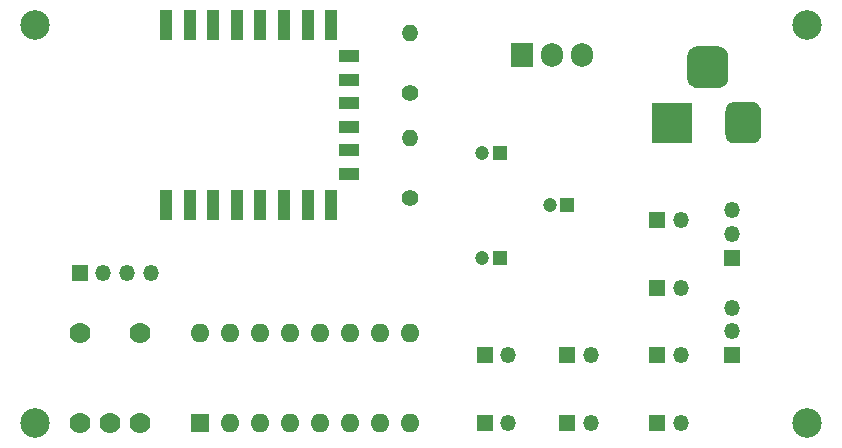
<source format=gbr>
G04 #@! TF.GenerationSoftware,KiCad,Pcbnew,(5.1.5-0-10_14)*
G04 #@! TF.CreationDate,2020-05-21T12:23:14-05:00*
G04 #@! TF.ProjectId,esp12e-oven,65737031-3265-42d6-9f76-656e2e6b6963,rev?*
G04 #@! TF.SameCoordinates,Original*
G04 #@! TF.FileFunction,Soldermask,Top*
G04 #@! TF.FilePolarity,Negative*
%FSLAX46Y46*%
G04 Gerber Fmt 4.6, Leading zero omitted, Abs format (unit mm)*
G04 Created by KiCad (PCBNEW (5.1.5-0-10_14)) date 2020-05-21 12:23:14*
%MOMM*%
%LPD*%
G04 APERTURE LIST*
%ADD10C,2.500000*%
%ADD11C,0.100000*%
%ADD12R,3.500000X3.500000*%
%ADD13O,1.350000X1.350000*%
%ADD14R,1.350000X1.350000*%
%ADD15O,1.400000X1.400000*%
%ADD16C,1.400000*%
%ADD17R,1.000000X2.500000*%
%ADD18R,1.800000X1.000000*%
%ADD19C,1.200000*%
%ADD20R,1.200000X1.200000*%
%ADD21O,1.600000X1.600000*%
%ADD22R,1.600000X1.600000*%
%ADD23O,1.905000X2.000000*%
%ADD24R,1.905000X2.000000*%
%ADD25C,1.778000*%
G04 APERTURE END LIST*
D10*
X100330000Y-68580000D03*
X100330000Y-34925000D03*
D11*
G36*
X92860765Y-36734213D02*
G01*
X92945704Y-36746813D01*
X93028999Y-36767677D01*
X93109848Y-36796605D01*
X93187472Y-36833319D01*
X93261124Y-36877464D01*
X93330094Y-36928616D01*
X93393718Y-36986282D01*
X93451384Y-37049906D01*
X93502536Y-37118876D01*
X93546681Y-37192528D01*
X93583395Y-37270152D01*
X93612323Y-37351001D01*
X93633187Y-37434296D01*
X93645787Y-37519235D01*
X93650000Y-37605000D01*
X93650000Y-39355000D01*
X93645787Y-39440765D01*
X93633187Y-39525704D01*
X93612323Y-39608999D01*
X93583395Y-39689848D01*
X93546681Y-39767472D01*
X93502536Y-39841124D01*
X93451384Y-39910094D01*
X93393718Y-39973718D01*
X93330094Y-40031384D01*
X93261124Y-40082536D01*
X93187472Y-40126681D01*
X93109848Y-40163395D01*
X93028999Y-40192323D01*
X92945704Y-40213187D01*
X92860765Y-40225787D01*
X92775000Y-40230000D01*
X91025000Y-40230000D01*
X90939235Y-40225787D01*
X90854296Y-40213187D01*
X90771001Y-40192323D01*
X90690152Y-40163395D01*
X90612528Y-40126681D01*
X90538876Y-40082536D01*
X90469906Y-40031384D01*
X90406282Y-39973718D01*
X90348616Y-39910094D01*
X90297464Y-39841124D01*
X90253319Y-39767472D01*
X90216605Y-39689848D01*
X90187677Y-39608999D01*
X90166813Y-39525704D01*
X90154213Y-39440765D01*
X90150000Y-39355000D01*
X90150000Y-37605000D01*
X90154213Y-37519235D01*
X90166813Y-37434296D01*
X90187677Y-37351001D01*
X90216605Y-37270152D01*
X90253319Y-37192528D01*
X90297464Y-37118876D01*
X90348616Y-37049906D01*
X90406282Y-36986282D01*
X90469906Y-36928616D01*
X90538876Y-36877464D01*
X90612528Y-36833319D01*
X90690152Y-36796605D01*
X90771001Y-36767677D01*
X90854296Y-36746813D01*
X90939235Y-36734213D01*
X91025000Y-36730000D01*
X92775000Y-36730000D01*
X92860765Y-36734213D01*
G37*
G36*
X95723513Y-41433611D02*
G01*
X95796318Y-41444411D01*
X95867714Y-41462295D01*
X95937013Y-41487090D01*
X96003548Y-41518559D01*
X96066678Y-41556398D01*
X96125795Y-41600242D01*
X96180330Y-41649670D01*
X96229758Y-41704205D01*
X96273602Y-41763322D01*
X96311441Y-41826452D01*
X96342910Y-41892987D01*
X96367705Y-41962286D01*
X96385589Y-42033682D01*
X96396389Y-42106487D01*
X96400000Y-42180000D01*
X96400000Y-44180000D01*
X96396389Y-44253513D01*
X96385589Y-44326318D01*
X96367705Y-44397714D01*
X96342910Y-44467013D01*
X96311441Y-44533548D01*
X96273602Y-44596678D01*
X96229758Y-44655795D01*
X96180330Y-44710330D01*
X96125795Y-44759758D01*
X96066678Y-44803602D01*
X96003548Y-44841441D01*
X95937013Y-44872910D01*
X95867714Y-44897705D01*
X95796318Y-44915589D01*
X95723513Y-44926389D01*
X95650000Y-44930000D01*
X94150000Y-44930000D01*
X94076487Y-44926389D01*
X94003682Y-44915589D01*
X93932286Y-44897705D01*
X93862987Y-44872910D01*
X93796452Y-44841441D01*
X93733322Y-44803602D01*
X93674205Y-44759758D01*
X93619670Y-44710330D01*
X93570242Y-44655795D01*
X93526398Y-44596678D01*
X93488559Y-44533548D01*
X93457090Y-44467013D01*
X93432295Y-44397714D01*
X93414411Y-44326318D01*
X93403611Y-44253513D01*
X93400000Y-44180000D01*
X93400000Y-42180000D01*
X93403611Y-42106487D01*
X93414411Y-42033682D01*
X93432295Y-41962286D01*
X93457090Y-41892987D01*
X93488559Y-41826452D01*
X93526398Y-41763322D01*
X93570242Y-41704205D01*
X93619670Y-41649670D01*
X93674205Y-41600242D01*
X93733322Y-41556398D01*
X93796452Y-41518559D01*
X93862987Y-41487090D01*
X93932286Y-41462295D01*
X94003682Y-41444411D01*
X94076487Y-41433611D01*
X94150000Y-41430000D01*
X95650000Y-41430000D01*
X95723513Y-41433611D01*
G37*
D12*
X88900000Y-43180000D03*
D13*
X89630000Y-51435000D03*
D14*
X87630000Y-51435000D03*
D13*
X89630000Y-57150000D03*
D14*
X87630000Y-57150000D03*
D13*
X89630000Y-62865000D03*
D14*
X87630000Y-62865000D03*
D13*
X89630000Y-68580000D03*
D14*
X87630000Y-68580000D03*
D13*
X93980000Y-50610000D03*
X93980000Y-52610000D03*
D14*
X93980000Y-54610000D03*
D13*
X93980000Y-58865000D03*
X93980000Y-60865000D03*
D14*
X93980000Y-62865000D03*
D10*
X34925000Y-68580000D03*
X34925000Y-34925000D03*
D13*
X82010000Y-62865000D03*
D14*
X80010000Y-62865000D03*
D13*
X82010000Y-68580000D03*
D14*
X80010000Y-68580000D03*
D13*
X44735000Y-55880000D03*
X42735000Y-55880000D03*
X40735000Y-55880000D03*
D14*
X38735000Y-55880000D03*
D15*
X66675000Y-44450000D03*
D16*
X66675000Y-49530000D03*
D17*
X46030000Y-34945000D03*
X48030000Y-34945000D03*
X50030000Y-34945000D03*
X52030000Y-34945000D03*
X54030000Y-34945000D03*
X56030000Y-34945000D03*
X58030000Y-34945000D03*
X60030000Y-34945000D03*
D18*
X61530000Y-37545000D03*
X61530000Y-39545000D03*
X61530000Y-41545000D03*
X61530000Y-43545000D03*
X61530000Y-45545000D03*
X61530000Y-47545000D03*
D17*
X60030000Y-50145000D03*
X58030000Y-50145000D03*
X56030000Y-50145000D03*
X54030000Y-50145000D03*
X52030000Y-50145000D03*
X50030000Y-50145000D03*
X48030000Y-50145000D03*
X46030000Y-50145000D03*
D19*
X72795000Y-54610000D03*
D20*
X74295000Y-54610000D03*
D19*
X78510000Y-50165000D03*
D20*
X80010000Y-50165000D03*
D19*
X72795000Y-45720000D03*
D20*
X74295000Y-45720000D03*
D21*
X48895000Y-60960000D03*
X66675000Y-68580000D03*
X51435000Y-60960000D03*
X64135000Y-68580000D03*
X53975000Y-60960000D03*
X61595000Y-68580000D03*
X56515000Y-60960000D03*
X59055000Y-68580000D03*
X59055000Y-60960000D03*
X56515000Y-68580000D03*
X61595000Y-60960000D03*
X53975000Y-68580000D03*
X64135000Y-60960000D03*
X51435000Y-68580000D03*
X66675000Y-60960000D03*
D22*
X48895000Y-68580000D03*
D23*
X81280000Y-37465000D03*
X78740000Y-37465000D03*
D24*
X76200000Y-37465000D03*
D25*
X38735000Y-68580000D03*
X41275000Y-68580000D03*
X43815000Y-68580000D03*
X43815000Y-60960000D03*
X38735000Y-60960000D03*
D14*
X73025000Y-68580000D03*
D13*
X75025000Y-68580000D03*
X75025000Y-62865000D03*
D14*
X73025000Y-62865000D03*
D16*
X66675000Y-40640000D03*
D15*
X66675000Y-35560000D03*
M02*

</source>
